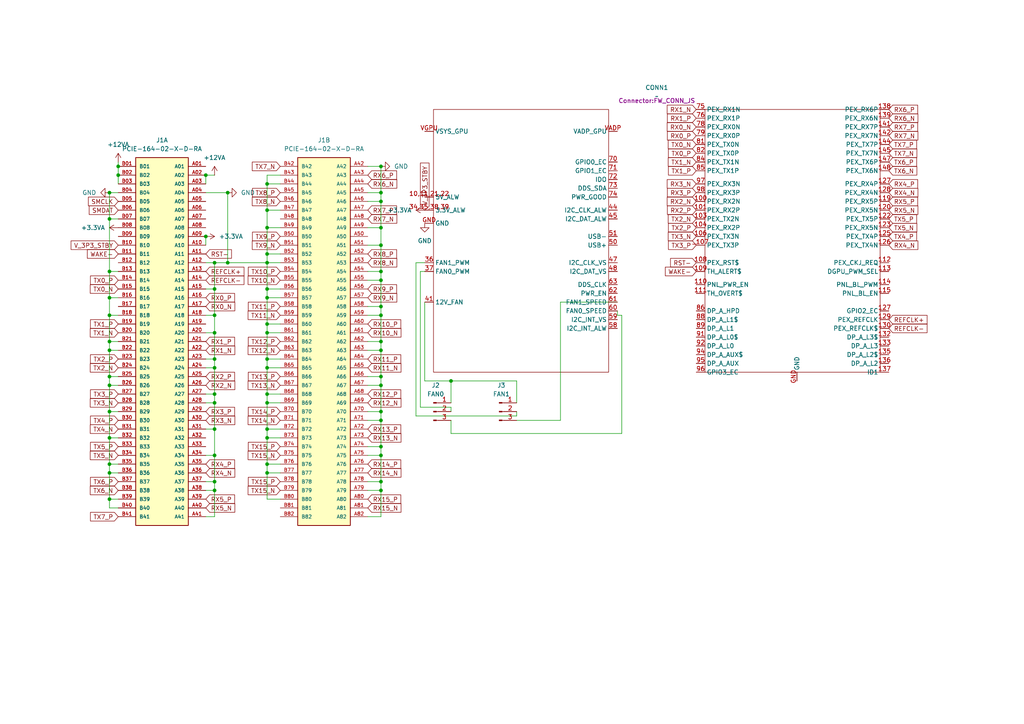
<source format=kicad_sch>
(kicad_sch (version 20231120) (generator "eeschema") (generator_version "8.0")
  (paper "A4")
  (lib_symbols
    (symbol "Connector:Conn_01x03_Pin" (pin_names (offset 1.016) hide)
      (property "Reference" "J" (at 0 5.08 0))
      (property "Value" "Conn_01x03_Pin" (at 0 -5.08 0))
      (symbol "Conn_01x03_Pin_1_1"
        (polyline (pts (xy 1.27 -2.54) (xy 0.8636 -2.54)) (stroke (width 0.1524)))
        (polyline (pts (xy 1.27 0) (xy 0.8636 0)) (stroke (width 0.1524)))
        (polyline (pts (xy 1.27 2.54) (xy 0.8636 2.54)) (stroke (width 0.1524)))
        (rectangle (start 0.8636 -2.413) (end 0 -2.667) (stroke (width 0.1524)) (fill (type outline)))
        (rectangle (start 0.8636 0.127) (end 0 -0.127) (stroke (width 0.1524)) (fill (type outline)))
        (rectangle (start 0.8636 2.667) (end 0 2.413) (stroke (width 0.1524)) (fill (type outline)))
        (pin passive line (at 5.08 2.54 180) (length 3.81) (name "Pin_1") (number "1"))
        (pin passive line (at 5.08 0 180) (length 3.81) (name "Pin_2") (number "2"))
        (pin passive line (at 5.08 -2.54 180) (length 3.81) (name "Pin_3") (number "3"))
      )
    )
    (symbol "GPU:FW_CONN_JS"
      (property "Reference" "CONN" (at 17.78 -9.398 0))
      (property "Footprint" "Connector:FW_CONN_JS" (at 19.558 -11.684 0))
      (symbol "FW_CONN_JS_0_1"
        (rectangle (start 0 0) (end 50.8 -76.2))
        (rectangle (start 78.74 0) (end 129.54 -76.2))
      )
      (symbol "FW_CONN_JS_1_1"
        (pin input line (at -2.54 -25.4 0) (length 2.54) (name "5V_ALW") (number "10,11,21,22"))
        (pin input line (at 76.2 -26.67 0) (length 2.54) (name "PEX_RX2N") (number "100"))
        (pin input line (at 76.2 -29.21 0) (length 2.54) (name "PEX_RX2P") (number "101"))
        (pin input line (at 76.2 -31.75 0) (length 2.54) (name "PEX_TX2N") (number "103"))
        (pin input line (at 76.2 -34.29 0) (length 2.54) (name "PEX_RX2P") (number "104"))
        (pin input line (at 76.2 -36.83 0) (length 2.54) (name "PEX_TX3N") (number "106"))
        (pin input line (at 76.2 -44.45 0) (length 2.54) (name "PEX_RST$") (number "108"))
        (pin input line (at 76.2 -46.99 0) (length 2.54) (name "TH_ALERT$") (number "109"))
        (pin input line (at 76.2 -50.8 0) (length 2.54) (name "PNL_PWR_EN") (number "110"))
        (pin input line (at 76.2 -53.34 0) (length 2.54) (name "TH_OVERT$") (number "111"))
        (pin input line (at 132.08 -44.45 180) (length 2.54) (name "PEX_CKJ_REQ") (number "112"))
        (pin input line (at 132.08 -46.99 180) (length 2.54) (name "DGPU_PWM_SEL") (number "113"))
        (pin input line (at 132.08 -50.8 180) (length 2.54) (name "PNL_BL_PWM") (number "114"))
        (pin input line (at 132.08 -53.34 180) (length 2.54) (name "PNL_BL_EN") (number "115"))
        (pin input line (at 132.08 -26.67 180) (length 2.54) (name "PEX_RX5P") (number "119"))
        (pin input line (at 132.08 -29.21 180) (length 2.54) (name "PEX_RX5N") (number "120"))
        (pin input line (at 132.08 -31.75 180) (length 2.54) (name "PEX_TX5P") (number "122"))
        (pin input line (at 132.08 -34.29 180) (length 2.54) (name "PEX_RX5N") (number "123"))
        (pin input line (at 132.08 -36.83 180) (length 2.54) (name "PEX_TX4P") (number "125"))
        (pin input line (at 132.08 -39.37 180) (length 2.54) (name "PEX_TX4N") (number "126"))
        (pin input line (at 132.08 -58.42 180) (length 2.54) (name "GPIO2_EC") (number "127"))
        (pin input line (at 132.08 -21.59 180) (length 2.54) (name "PEX_RX4P") (number "127"))
        (pin input line (at 132.08 -24.13 180) (length 2.54) (name "PEX_RX4N") (number "128"))
        (pin input line (at 132.08 -60.96 180) (length 2.54) (name "PEX_REFCLK") (number "129"))
        (pin input line (at 132.08 -63.5 180) (length 2.54) (name "PEX_REFCLK$") (number "130"))
        (pin input line (at 132.08 -66.04 180) (length 2.54) (name "DP_A_L3$") (number "132"))
        (pin input line (at 132.08 -68.58 180) (length 2.54) (name "DP_A_L3") (number "133"))
        (pin input line (at 132.08 -71.12 180) (length 2.54) (name "DP_A_L2$") (number "135"))
        (pin input line (at 132.08 -73.66 180) (length 2.54) (name "DP_A_L2") (number "136"))
        (pin input line (at 132.08 -76.2 180) (length 2.54) (name "ID1") (number "137"))
        (pin input line (at 132.08 0 180) (length 2.54) (name "PEX_RX6P") (number "138"))
        (pin input line (at 132.08 -2.54 180) (length 2.54) (name "PEX_RX6N") (number "139"))
        (pin input line (at 132.08 -5.08 180) (length 2.54) (name "PEX_RX7P") (number "141"))
        (pin input line (at 132.08 -7.62 180) (length 2.54) (name "PEX_RX7N") (number "142"))
        (pin input line (at 132.08 -10.16 180) (length 2.54) (name "PEX_TX7P") (number "144"))
        (pin input line (at 132.08 -12.7 180) (length 2.54) (name "PEX_TX7N") (number "145"))
        (pin input line (at 132.08 -15.24 180) (length 2.54) (name "PEX_TX6P") (number "147"))
        (pin input line (at 132.08 -17.78 180) (length 2.54) (name "PEX_TX6N") (number "148"))
        (pin input line (at -2.54 -29.21 0) (length 2.54) (name "3.3V_ALW") (number "34,35,38,39"))
        (pin input line (at -2.54 -44.45 0) (length 2.54) (name "FAN1_PWM") (number "36"))
        (pin input line (at -2.54 -46.99 0) (length 2.54) (name "FAN0_PWM") (number "37"))
        (pin input line (at -2.54 -55.88 0) (length 2.54) (name "12V_FAN") (number "41"))
        (pin input line (at 53.34 -29.21 180) (length 2.54) (name "I2C_CLK_ALW") (number "44"))
        (pin input line (at 53.34 -31.75 180) (length 2.54) (name "I2C_DAT_ALW") (number "45"))
        (pin input line (at 53.34 -44.45 180) (length 2.54) (name "I2C_CLK_VS") (number "47"))
        (pin input line (at 53.34 -46.99 180) (length 2.54) (name "I2C_DAT_VS") (number "48"))
        (pin input line (at 53.34 -39.37 180) (length 2.54) (name "USB+") (number "50"))
        (pin input line (at 53.34 -36.83 180) (length 2.54) (name "USB-") (number "51"))
        (pin input line (at 53.34 -63.5 180) (length 2.54) (name "I2C_INT_ALW") (number "58"))
        (pin input line (at 53.34 -60.96 180) (length 2.54) (name "I2C_INT_VS") (number "59"))
        (pin input line (at 53.34 -58.42 180) (length 2.54) (name "FAN0_SPEED") (number "60"))
        (pin input line (at 53.34 -55.88 180) (length 2.54) (name "FAN1_SPEED") (number "61"))
        (pin input line (at 53.34 -53.34 180) (length 2.54) (name "PWR_EN") (number "62"))
        (pin input line (at 53.34 -50.8 180) (length 2.54) (name "DDS_CLK") (number "63"))
        (pin input line (at 53.34 -15.24 180) (length 2.54) (name "GPIO0_EC") (number "70"))
        (pin input line (at 53.34 -17.78 180) (length 2.54) (name "GPIO1_EC") (number "71"))
        (pin input line (at 53.34 -20.32 180) (length 2.54) (name "IDO") (number "72"))
        (pin input line (at 53.34 -22.86 180) (length 2.54) (name "DDS_SDA") (number "73"))
        (pin input line (at 53.34 -25.4 180) (length 2.54) (name "PWR_GOOD") (number "74"))
        (pin input line (at 76.2 0 0) (length 2.54) (name "PEX_RX1N") (number "75"))
        (pin input line (at 76.2 -2.54 0) (length 2.54) (name "PEX_RX1P") (number "76"))
        (pin input line (at 76.2 -5.08 0) (length 2.54) (name "PEX_RX0N") (number "78"))
        (pin input line (at 76.2 -7.62 0) (length 2.54) (name "PEX_RX0P") (number "79"))
        (pin input line (at 76.2 -10.16 0) (length 2.54) (name "PEX_TX0N") (number "81"))
        (pin input line (at 76.2 -12.7 0) (length 2.54) (name "PEX_TX0P") (number "82"))
        (pin input line (at 76.2 -15.24 0) (length 2.54) (name "PEX_TX1N") (number "84"))
        (pin input line (at 76.2 -17.78 0) (length 2.54) (name "PEX_TX1P") (number "85"))
        (pin input line (at 76.2 -58.42 0) (length 2.54) (name "DP_A_HPD") (number "86"))
        (pin input line (at 76.2 -60.96 0) (length 2.54) (name "DP_A_L1$") (number "88"))
        (pin input line (at 76.2 -63.5 0) (length 2.54) (name "DP_A_L1") (number "89"))
        (pin input line (at 76.2 -66.04 0) (length 2.54) (name "DP_A_L0$") (number "91"))
        (pin input line (at 76.2 -68.58 0) (length 2.54) (name "DP_A_L0") (number "92"))
        (pin input line (at 76.2 -71.12 0) (length 2.54) (name "DP_A_AUX$") (number "94"))
        (pin input line (at 76.2 -73.66 0) (length 2.54) (name "DP_A_AUX") (number "95"))
        (pin input line (at 76.2 -76.2 0) (length 2.54) (name "GPIO3_EC") (number "96"))
        (pin input line (at 76.2 -21.59 0) (length 2.54) (name "PEX_RX3N") (number "97"))
        (pin input line (at 76.2 -24.13 0) (length 2.54) (name "PEX_RX3P") (number "98"))
        (pin input line (at -2.54 -33.02 0) (length 2.54) (name "GND") (number "GND"))
        (pin input line (at 105.41 -78.74 90) (length 2.54) (name "GND") (number "GND"))
        (pin input line (at 53.34 -6.35 180) (length 2.54) (name "VADP_GPU") (number "VADP"))
        (pin input line (at -2.54 -6.35 0) (length 2.54) (name "VSYS_GPU") (number "VGPU"))
        (pin input line (at 76.2 -39.37 0) (length 2.54) (name "PEX_TX3P") (number "_107"))
      )
    )
    (symbol "PCIE-164-02-X-D-RA:PCIE-164-02-X-D-RA" (pin_names (offset 1.016))
      (property "Reference" "J" (at -7.62 54.102 0))
      (property "Value" "PCIE-164-02-X-D-RA" (at -7.62 -55.88 0))
      (symbol "PCIE-164-02-X-D-RA_1_0"
        (rectangle (start -7.62 -53.34) (end 7.62 53.34) (stroke (width 0.254)) (fill (type background)))
        (pin passive line (at -12.7 50.8 0) (length 5.08) (name "A01") (number "A01"))
        (pin passive line (at -12.7 48.26 0) (length 5.08) (name "A02") (number "A02"))
        (pin passive line (at -12.7 45.72 0) (length 5.08) (name "A03") (number "A03"))
        (pin passive line (at -12.7 43.18 0) (length 5.08) (name "A04") (number "A04"))
        (pin passive line (at -12.7 40.64 0) (length 5.08) (name "A05") (number "A05"))
        (pin passive line (at -12.7 38.1 0) (length 5.08) (name "A06") (number "A06"))
        (pin passive line (at -12.7 35.56 0) (length 5.08) (name "A07") (number "A07"))
        (pin passive line (at -12.7 33.02 0) (length 5.08) (name "A08") (number "A08"))
        (pin passive line (at -12.7 30.48 0) (length 5.08) (name "A09") (number "A09"))
        (pin passive line (at -12.7 27.94 0) (length 5.08) (name "A10") (number "A10"))
        (pin passive line (at -12.7 25.4 0) (length 5.08) (name "A11") (number "A11"))
        (pin passive line (at -12.7 22.86 0) (length 5.08) (name "A12") (number "A12"))
        (pin passive line (at -12.7 20.32 0) (length 5.08) (name "A13") (number "A13"))
        (pin passive line (at -12.7 17.78 0) (length 5.08) (name "A14") (number "A14"))
        (pin passive line (at -12.7 15.24 0) (length 5.08) (name "A15") (number "A15"))
        (pin passive line (at -12.7 12.7 0) (length 5.08) (name "A16") (number "A16"))
        (pin passive line (at -12.7 10.16 0) (length 5.08) (name "A17") (number "A17"))
        (pin passive line (at -12.7 7.62 0) (length 5.08) (name "A18") (number "A18"))
        (pin passive line (at -12.7 5.08 0) (length 5.08) (name "A19") (number "A19"))
        (pin passive line (at -12.7 2.54 0) (length 5.08) (name "A20") (number "A20"))
        (pin passive line (at -12.7 0 0) (length 5.08) (name "A21") (number "A21"))
        (pin passive line (at -12.7 -2.54 0) (length 5.08) (name "A22") (number "A22"))
        (pin passive line (at -12.7 -5.08 0) (length 5.08) (name "A23") (number "A23"))
        (pin passive line (at -12.7 -7.62 0) (length 5.08) (name "A24") (number "A24"))
        (pin passive line (at -12.7 -10.16 0) (length 5.08) (name "A25") (number "A25"))
        (pin passive line (at -12.7 -12.7 0) (length 5.08) (name "A26") (number "A26"))
        (pin passive line (at -12.7 -15.24 0) (length 5.08) (name "A27") (number "A27"))
        (pin passive line (at -12.7 -17.78 0) (length 5.08) (name "A28") (number "A28"))
        (pin passive line (at -12.7 -20.32 0) (length 5.08) (name "A29") (number "A29"))
        (pin passive line (at -12.7 -22.86 0) (length 5.08) (name "A30") (number "A30"))
        (pin passive line (at -12.7 -25.4 0) (length 5.08) (name "A31") (number "A31"))
        (pin passive line (at -12.7 -27.94 0) (length 5.08) (name "A32") (number "A32"))
        (pin passive line (at -12.7 -30.48 0) (length 5.08) (name "A33") (number "A33"))
        (pin passive line (at -12.7 -33.02 0) (length 5.08) (name "A34") (number "A34"))
        (pin passive line (at -12.7 -35.56 0) (length 5.08) (name "A35") (number "A35"))
        (pin passive line (at -12.7 -38.1 0) (length 5.08) (name "A36") (number "A36"))
        (pin passive line (at -12.7 -40.64 0) (length 5.08) (name "A37") (number "A37"))
        (pin passive line (at -12.7 -43.18 0) (length 5.08) (name "A38") (number "A38"))
        (pin passive line (at -12.7 -45.72 0) (length 5.08) (name "A39") (number "A39"))
        (pin passive line (at -12.7 -48.26 0) (length 5.08) (name "A40") (number "A40"))
        (pin passive line (at -12.7 -50.8 0) (length 5.08) (name "A41") (number "A41"))
        (pin passive line (at 12.7 50.8 180) (length 5.08) (name "B01") (number "B01"))
        (pin passive line (at 12.7 48.26 180) (length 5.08) (name "B02") (number "B02"))
        (pin passive line (at 12.7 45.72 180) (length 5.08) (name "B03") (number "B03"))
        (pin passive line (at 12.7 43.18 180) (length 5.08) (name "B04") (number "B04"))
        (pin passive line (at 12.7 40.64 180) (length 5.08) (name "B05") (number "B05"))
        (pin passive line (at 12.7 38.1 180) (length 5.08) (name "B06") (number "B06"))
        (pin passive line (at 12.7 35.56 180) (length 5.08) (name "B07") (number "B07"))
        (pin passive line (at 12.7 33.02 180) (length 5.08) (name "B08") (number "B08"))
        (pin passive line (at 12.7 30.48 180) (length 5.08) (name "B09") (number "B09"))
        (pin passive line (at 12.7 27.94 180) (length 5.08) (name "B10") (number "B10"))
        (pin passive line (at 12.7 25.4 180) (length 5.08) (name "B11") (number "B11"))
        (pin passive line (at 12.7 22.86 180) (length 5.08) (name "B12") (number "B12"))
        (pin passive line (at 12.7 20.32 180) (length 5.08) (name "B13") (number "B13"))
        (pin passive line (at 12.7 17.78 180) (length 5.08) (name "B14") (number "B14"))
        (pin passive line (at 12.7 15.24 180) (length 5.08) (name "B15") (number "B15"))
        (pin passive line (at 12.7 12.7 180) (length 5.08) (name "B16") (number "B16"))
        (pin passive line (at 12.7 10.16 180) (length 5.08) (name "B17") (number "B17"))
        (pin passive line (at 12.7 7.62 180) (length 5.08) (name "B18") (number "B18"))
        (pin passive line (at 12.7 5.08 180) (length 5.08) (name "B19") (number "B19"))
        (pin passive line (at 12.7 2.54 180) (length 5.08) (name "B20") (number "B20"))
        (pin passive line (at 12.7 0 180) (length 5.08) (name "B21") (number "B21"))
        (pin passive line (at 12.7 -2.54 180) (length 5.08) (name "B22") (number "B22"))
        (pin passive line (at 12.7 -5.08 180) (length 5.08) (name "B23") (number "B23"))
        (pin passive line (at 12.7 -7.62 180) (length 5.08) (name "B24") (number "B24"))
        (pin passive line (at 12.7 -10.16 180) (length 5.08) (name "B25") (number "B25"))
        (pin passive line (at 12.7 -12.7 180) (length 5.08) (name "B26") (number "B26"))
        (pin passive line (at 12.7 -15.24 180) (length 5.08) (name "B27") (number "B27"))
        (pin passive line (at 12.7 -17.78 180) (length 5.08) (name "B28") (number "B28"))
        (pin passive line (at 12.7 -20.32 180) (length 5.08) (name "B29") (number "B29"))
        (pin passive line (at 12.7 -22.86 180) (length 5.08) (name "B30") (number "B30"))
        (pin passive line (at 12.7 -25.4 180) (length 5.08) (name "B31") (number "B31"))
        (pin passive line (at 12.7 -27.94 180) (length 5.08) (name "B32") (number "B32"))
        (pin passive line (at 12.7 -30.48 180) (length 5.08) (name "B33") (number "B33"))
        (pin passive line (at 12.7 -33.02 180) (length 5.08) (name "B34") (number "B34"))
        (pin passive line (at 12.7 -35.56 180) (length 5.08) (name "B35") (number "B35"))
        (pin passive line (at 12.7 -38.1 180) (length 5.08) (name "B36") (number "B36"))
        (pin passive line (at 12.7 -40.64 180) (length 5.08) (name "B37") (number "B37"))
        (pin passive line (at 12.7 -43.18 180) (length 5.08) (name "B38") (number "B38"))
        (pin passive line (at 12.7 -45.72 180) (length 5.08) (name "B39") (number "B39"))
        (pin passive line (at 12.7 -48.26 180) (length 5.08) (name "B40") (number "B40"))
        (pin passive line (at 12.7 -50.8 180) (length 5.08) (name "B41") (number "B41"))
      )
      (symbol "PCIE-164-02-X-D-RA_2_0"
        (rectangle (start -7.62 -53.34) (end 7.62 53.34) (stroke (width 0.254)) (fill (type background)))
        (pin passive line (at -12.7 50.8 0) (length 5.08) (name "A42") (number "A42"))
        (pin passive line (at -12.7 48.26 0) (length 5.08) (name "A43") (number "A43"))
        (pin passive line (at -12.7 45.72 0) (length 5.08) (name "A44") (number "A44"))
        (pin passive line (at -12.7 43.18 0) (length 5.08) (name "A45") (number "A45"))
        (pin passive line (at -12.7 40.64 0) (length 5.08) (name "A46") (number "A46"))
        (pin passive line (at -12.7 38.1 0) (length 5.08) (name "A47") (number "A47"))
        (pin passive line (at -12.7 35.56 0) (length 5.08) (name "A48") (number "A48"))
        (pin passive line (at -12.7 33.02 0) (length 5.08) (name "A49") (number "A49"))
        (pin passive line (at -12.7 30.48 0) (length 5.08) (name "A50") (number "A50"))
        (pin passive line (at -12.7 27.94 0) (length 5.08) (name "A51") (number "A51"))
        (pin passive line (at -12.7 25.4 0) (length 5.08) (name "A52") (number "A52"))
        (pin passive line (at -12.7 22.86 0) (length 5.08) (name "A53") (number "A53"))
        (pin passive line (at -12.7 20.32 0) (length 5.08) (name "A54") (number "A54"))
        (pin passive line (at -12.7 17.78 0) (length 5.08) (name "A55") (number "A55"))
        (pin passive line (at -12.7 15.24 0) (length 5.08) (name "A56") (number "A56"))
        (pin passive line (at -12.7 12.7 0) (length 5.08) (name "A57") (number "A57"))
        (pin passive line (at -12.7 10.16 0) (length 5.08) (name "A58") (number "A58"))
        (pin passive line (at -12.7 7.62 0) (length 5.08) (name "A59") (number "A59"))
        (pin passive line (at -12.7 5.08 0) (length 5.08) (name "A60") (number "A60"))
        (pin passive line (at -12.7 2.54 0) (length 5.08) (name "A61") (number "A61"))
        (pin passive line (at -12.7 0 0) (length 5.08) (name "A62") (number "A62"))
        (pin passive line (at -12.7 -2.54 0) (length 5.08) (name "A63") (number "A63"))
        (pin passive line (at -12.7 -5.08 0) (length 5.08) (name "A64") (number "A64"))
        (pin passive line (at -12.7 -7.62 0) (length 5.08) (name "A65") (number "A65"))
        (pin passive line (at -12.7 -10.16 0) (length 5.08) (name "A66") (number "A66"))
        (pin passive line (at -12.7 -12.7 0) (length 5.08) (name "A67") (number "A67"))
        (pin passive line (at -12.7 -15.24 0) (length 5.08) (name "A68") (number "A68"))
        (pin passive line (at -12.7 -17.78 0) (length 5.08) (name "A69") (number "A69"))
        (pin passive line (at -12.7 -20.32 0) (length 5.08) (name "A70") (number "A70"))
        (pin passive line (at -12.7 -22.86 0) (length 5.08) (name "A71") (number "A71"))
        (pin passive line (at -12.7 -25.4 0) (length 5.08) (name "A72") (number "A72"))
        (pin passive line (at -12.7 -27.94 0) (length 5.08) (name "A73") (number "A73"))
        (pin passive line (at -12.7 -30.48 0) (length 5.08) (name "A74") (number "A74"))
        (pin passive line (at -12.7 -33.02 0) (length 5.08) (name "A75") (number "A75"))
        (pin passive line (at -12.7 -35.56 0) (length 5.08) (name "A76") (number "A76"))
        (pin passive line (at -12.7 -38.1 0) (length 5.08) (name "A77") (number "A77"))
        (pin passive line (at -12.7 -40.64 0) (length 5.08) (name "A78") (number "A78"))
        (pin passive line (at -12.7 -43.18 0) (length 5.08) (name "A79") (number "A79"))
        (pin passive line (at -12.7 -45.72 0) (length 5.08) (name "A80") (number "A80"))
        (pin passive line (at -12.7 -48.26 0) (length 5.08) (name "A81") (number "A81"))
        (pin passive line (at -12.7 -50.8 0) (length 5.08) (name "A82") (number "A82"))
        (pin passive line (at 12.7 50.8 180) (length 5.08) (name "B42") (number "B42"))
        (pin passive line (at 12.7 48.26 180) (length 5.08) (name "B43") (number "B43"))
        (pin passive line (at 12.7 45.72 180) (length 5.08) (name "B44") (number "B44"))
        (pin passive line (at 12.7 43.18 180) (length 5.08) (name "B45") (number "B45"))
        (pin passive line (at 12.7 40.64 180) (length 5.08) (name "B46") (number "B46"))
        (pin passive line (at 12.7 38.1 180) (length 5.08) (name "B47") (number "B47"))
        (pin passive line (at 12.7 35.56 180) (length 5.08) (name "B48") (number "B48"))
        (pin passive line (at 12.7 33.02 180) (length 5.08) (name "B49") (number "B49"))
        (pin passive line (at 12.7 30.48 180) (length 5.08) (name "B50") (number "B50"))
        (pin passive line (at 12.7 27.94 180) (length 5.08) (name "B51") (number "B51"))
        (pin passive line (at 12.7 25.4 180) (length 5.08) (name "B52") (number "B52"))
        (pin passive line (at 12.7 22.86 180) (length 5.08) (name "B53") (number "B53"))
        (pin passive line (at 12.7 20.32 180) (length 5.08) (name "B54") (number "B54"))
        (pin passive line (at 12.7 17.78 180) (length 5.08) (name "B55") (number "B55"))
        (pin passive line (at 12.7 15.24 180) (length 5.08) (name "B56") (number "B56"))
        (pin passive line (at 12.7 12.7 180) (length 5.08) (name "B57") (number "B57"))
        (pin passive line (at 12.7 10.16 180) (length 5.08) (name "B58") (number "B58"))
        (pin passive line (at 12.7 7.62 180) (length 5.08) (name "B59") (number "B59"))
        (pin passive line (at 12.7 5.08 180) (length 5.08) (name "B60") (number "B60"))
        (pin passive line (at 12.7 2.54 180) (length 5.08) (name "B61") (number "B61"))
        (pin passive line (at 12.7 0 180) (length 5.08) (name "B62") (number "B62"))
        (pin passive line (at 12.7 -2.54 180) (length 5.08) (name "B63") (number "B63"))
        (pin passive line (at 12.7 -5.08 180) (length 5.08) (name "B64") (number "B64"))
        (pin passive line (at 12.7 -7.62 180) (length 5.08) (name "B65") (number "B65"))
        (pin passive line (at 12.7 -10.16 180) (length 5.08) (name "B66") (number "B66"))
        (pin passive line (at 12.7 -12.7 180) (length 5.08) (name "B67") (number "B67"))
        (pin passive line (at 12.7 -15.24 180) (length 5.08) (name "B68") (number "B68"))
        (pin passive line (at 12.7 -17.78 180) (length 5.08) (name "B69") (number "B69"))
        (pin passive line (at 12.7 -20.32 180) (length 5.08) (name "B70") (number "B70"))
        (pin passive line (at 12.7 -22.86 180) (length 5.08) (name "B71") (number "B71"))
        (pin passive line (at 12.7 -25.4 180) (length 5.08) (name "B72") (number "B72"))
        (pin passive line (at 12.7 -27.94 180) (length 5.08) (name "B73") (number "B73"))
        (pin passive line (at 12.7 -30.48 180) (length 5.08) (name "B74") (number "B74"))
        (pin passive line (at 12.7 -33.02 180) (length 5.08) (name "B75") (number "B75"))
        (pin passive line (at 12.7 -35.56 180) (length 5.08) (name "B76") (number "B76"))
        (pin passive line (at 12.7 -38.1 180) (length 5.08) (name "B77") (number "B77"))
        (pin passive line (at 12.7 -40.64 180) (length 5.08) (name "B78") (number "B78"))
        (pin passive line (at 12.7 -43.18 180) (length 5.08) (name "B79") (number "B79"))
        (pin passive line (at 12.7 -45.72 180) (length 5.08) (name "B80") (number "B80"))
        (pin passive line (at 12.7 -48.26 180) (length 5.08) (name "B81") (number "B81"))
        (pin passive line (at 12.7 -50.8 180) (length 5.08) (name "B82") (number "B82"))
      )
    )
    (symbol "power:+12VA" (power) (pin_numbers hide) (pin_names (offset 0) hide)
      (property "Value" "+12VA" (at 0 3.556 0))
      (symbol "+12VA_0_1"
        (polyline (pts (xy -0.762 1.27) (xy 0 2.54)))
        (polyline (pts (xy 0 0) (xy 0 2.54)))
        (polyline (pts (xy 0 2.54) (xy 0.762 1.27)))
      )
      (symbol "+12VA_1_1"
        (pin power_in line (at 0 0 90) (length 0) (name "~") (number "1"))
      )
    )
    (symbol "power:+3.3VA" (power) (pin_numbers hide) (pin_names (offset 0) hide)
      (property "Value" "+3.3VA" (at 0 3.556 0))
      (symbol "+3.3VA_0_1"
        (polyline (pts (xy -0.762 1.27) (xy 0 2.54)))
        (polyline (pts (xy 0 0) (xy 0 2.54)))
        (polyline (pts (xy 0 2.54) (xy 0.762 1.27)))
      )
      (symbol "+3.3VA_1_1"
        (pin power_in line (at 0 0 90) (length 0) (name "~") (number "1"))
      )
    )
    (symbol "power:GND" (power) (pin_numbers hide) (pin_names (offset 0) hide)
      (property "Value" "GND" (at 0 -3.81 0))
      (symbol "GND_0_1"
        (polyline (pts (xy 0 0) (xy 0 -1.27) (xy 1.27 -1.27) (xy 0 -2.54) (xy -1.27 -1.27) (xy 0 -1.27)))
      )
      (symbol "GND_1_1"
        (pin power_in line (at 0 0 270) (length 0) (name "~") (number "1"))
      )
    )
  )
  (junction (at 77.47 116.84))
  (junction (at 31.75 111.76))
  (junction (at 110.49 81.28))
  (junction (at 62.23 116.84))
  (junction (at 110.49 109.22))
  (junction (at 110.49 119.38))
  (junction (at 110.49 129.54))
  (junction (at 59.69 68.58))
  (junction (at 34.29 48.26))
  (junction (at 77.47 106.68))
  (junction (at 130.81 110.49))
  (junction (at 110.49 58.42))
  (junction (at 110.49 71.12))
  (junction (at 31.75 86.36))
  (junction (at 62.23 142.24))
  (junction (at 31.75 137.16))
  (junction (at 62.23 106.68))
  (junction (at 62.23 91.44))
  (junction (at 31.75 127))
  (junction (at 77.47 73.66))
  (junction (at 62.23 124.46))
  (junction (at 110.49 101.6))
  (junction (at 31.75 144.78))
  (junction (at 59.69 50.8))
  (junction (at 62.23 139.7))
  (junction (at 31.75 109.22))
  (junction (at 77.47 124.46))
  (junction (at 77.47 127))
  (junction (at 31.75 78.74))
  (junction (at 77.47 104.14))
  (junction (at 77.47 66.04))
  (junction (at 110.49 66.04))
  (junction (at 31.75 63.5))
  (junction (at 110.49 111.76))
  (junction (at 66.04 55.88))
  (junction (at 77.47 134.62))
  (junction (at 62.23 114.3))
  (junction (at 110.49 139.7))
  (junction (at 62.23 104.14))
  (junction (at 31.75 91.44))
  (junction (at 31.75 101.6))
  (junction (at 77.47 96.52))
  (junction (at 62.23 132.08))
  (junction (at 77.47 83.82))
  (junction (at 77.47 53.34))
  (junction (at 31.75 134.62))
  (junction (at 110.49 91.44))
  (junction (at 31.75 55.88))
  (junction (at 110.49 121.92))
  (junction (at 110.49 142.24))
  (junction (at 31.75 99.06))
  (junction (at 62.23 83.82))
  (junction (at 77.47 137.16))
  (junction (at 77.47 60.96))
  (junction (at 110.49 88.9))
  (junction (at 110.49 132.08))
  (junction (at 31.75 119.38))
  (junction (at 62.23 96.52))
  (junction (at 77.47 114.3))
  (junction (at 110.49 48.26))
  (junction (at 110.49 78.74))
  (junction (at 66.04 76.2))
  (junction (at 77.47 93.98))
  (junction (at 77.47 86.36))
  (junction (at 110.49 55.88))
  (junction (at 77.47 76.2))
  (junction (at 62.23 76.2))
  (junction (at 34.29 50.8))
  (junction (at 110.49 99.06))
  (wire (pts (xy 77.47 124.46) (xy 81.28 124.46)))
  (wire (pts (xy 149.86 120.65) (xy 149.86 119.38)))
  (wire (pts (xy 110.49 109.22) (xy 106.68 109.22)))
  (wire (pts (xy 110.49 121.92) (xy 110.49 129.54)))
  (wire (pts (xy 77.47 104.14) (xy 77.47 106.68)))
  (wire (pts (xy 179.07 87.63) (xy 162.56 87.63)))
  (wire (pts (xy 62.23 96.52) (xy 62.23 104.14)))
  (wire (pts (xy 77.47 50.8) (xy 77.47 53.34)))
  (wire (pts (xy 62.23 104.14) (xy 59.69 104.14)))
  (wire (pts (xy 110.49 55.88) (xy 106.68 55.88)))
  (wire (pts (xy 110.49 111.76) (xy 110.49 119.38)))
  (wire (pts (xy 110.49 99.06) (xy 106.68 99.06)))
  (wire (pts (xy 162.56 121.92) (xy 149.86 121.92)))
  (wire (pts (xy 162.56 87.63) (xy 162.56 121.92)))
  (wire (pts (xy 110.49 132.08) (xy 106.68 132.08)))
  (wire (pts (xy 110.49 129.54) (xy 106.68 129.54)))
  (wire (pts (xy 34.29 55.88) (xy 31.75 55.88)))
  (wire (pts (xy 62.23 142.24) (xy 62.23 149.86)))
  (wire (pts (xy 110.49 142.24) (xy 106.68 142.24)))
  (wire (pts (xy 62.23 149.86) (xy 59.69 149.86)))
  (wire (pts (xy 77.47 66.04) (xy 77.47 73.66)))
  (wire (pts (xy 66.04 76.2) (xy 62.23 76.2)))
  (wire (pts (xy 110.49 58.42) (xy 106.68 58.42)))
  (wire (pts (xy 123.19 110.49) (xy 130.81 110.49)))
  (wire (pts (xy 62.23 76.2) (xy 62.23 83.82)))
  (wire (pts (xy 130.81 125.73) (xy 180.34 125.73)))
  (wire (pts (xy 110.49 48.26) (xy 110.49 55.88)))
  (wire (pts (xy 130.81 121.92) (xy 130.81 125.73)))
  (wire (pts (xy 77.47 96.52) (xy 81.28 96.52)))
  (wire (pts (xy 31.75 144.78) (xy 34.29 144.78)))
  (wire (pts (xy 66.04 55.88) (xy 66.04 76.2)))
  (wire (pts (xy 31.75 137.16) (xy 31.75 144.78)))
  (wire (pts (xy 62.23 116.84) (xy 62.23 124.46)))
  (wire (pts (xy 110.49 55.88) (xy 110.49 58.42)))
  (wire (pts (xy 110.49 88.9) (xy 106.68 88.9)))
  (wire (pts (xy 31.75 99.06) (xy 34.29 99.06)))
  (wire (pts (xy 31.75 111.76) (xy 31.75 119.38)))
  (wire (pts (xy 77.47 116.84) (xy 81.28 116.84)))
  (wire (pts (xy 31.75 119.38) (xy 31.75 127)))
  (wire (pts (xy 31.75 78.74) (xy 31.75 86.36)))
  (wire (pts (xy 110.49 142.24) (xy 110.49 149.86)))
  (wire (pts (xy 110.49 58.42) (xy 110.49 66.04)))
  (wire (pts (xy 62.23 96.52) (xy 59.69 96.52)))
  (wire (pts (xy 62.23 104.14) (xy 62.23 106.68)))
  (wire (pts (xy 77.47 83.82) (xy 77.47 86.36)))
  (wire (pts (xy 110.49 129.54) (xy 110.49 132.08)))
  (wire (pts (xy 77.47 60.96) (xy 77.47 66.04)))
  (wire (pts (xy 110.49 109.22) (xy 110.49 111.76)))
  (wire (pts (xy 77.47 93.98) (xy 81.28 93.98)))
  (wire (pts (xy 62.23 142.24) (xy 59.69 142.24)))
  (wire (pts (xy 110.49 81.28) (xy 106.68 81.28)))
  (wire (pts (xy 77.47 76.2) (xy 81.28 76.2)))
  (wire (pts (xy 180.34 91.44) (xy 179.07 91.44)))
  (wire (pts (xy 62.23 139.7) (xy 59.69 139.7)))
  (wire (pts (xy 77.47 96.52) (xy 77.47 104.14)))
  (wire (pts (xy 77.47 144.78) (xy 81.28 144.78)))
  (wire (pts (xy 62.23 76.2) (xy 59.69 76.2)))
  (wire (pts (xy 66.04 76.2) (xy 77.47 76.2)))
  (wire (pts (xy 62.23 132.08) (xy 59.69 132.08)))
  (wire (pts (xy 77.47 76.2) (xy 77.47 83.82)))
  (wire (pts (xy 110.49 71.12) (xy 106.68 71.12)))
  (wire (pts (xy 31.75 78.74) (xy 34.29 78.74)))
  (wire (pts (xy 110.49 78.74) (xy 110.49 81.28)))
  (wire (pts (xy 130.81 118.11) (xy 130.81 119.38)))
  (wire (pts (xy 31.75 109.22) (xy 34.29 109.22)))
  (wire (pts (xy 110.49 101.6) (xy 106.68 101.6)))
  (wire (pts (xy 77.47 124.46) (xy 77.47 127)))
  (wire (pts (xy 77.47 114.3) (xy 81.28 114.3)))
  (wire (pts (xy 62.23 132.08) (xy 62.23 139.7)))
  (wire (pts (xy 31.75 111.76) (xy 34.29 111.76)))
  (wire (pts (xy 110.49 66.04) (xy 110.49 71.12)))
  (wire (pts (xy 123.19 78.74) (xy 121.92 78.74)))
  (wire (pts (xy 130.81 110.49) (xy 149.86 110.49)))
  (wire (pts (xy 31.75 86.36) (xy 31.75 91.44)))
  (wire (pts (xy 77.47 134.62) (xy 77.47 137.16)))
  (wire (pts (xy 77.47 137.16) (xy 81.28 137.16)))
  (wire (pts (xy 179.07 91.44) (xy 179.07 90.17)))
  (wire (pts (xy 77.47 137.16) (xy 77.47 144.78)))
  (wire (pts (xy 31.75 127) (xy 34.29 127)))
  (wire (pts (xy 31.75 134.62) (xy 31.75 137.16)))
  (wire (pts (xy 77.47 134.62) (xy 81.28 134.62)))
  (wire (pts (xy 149.86 110.49) (xy 149.86 116.84)))
  (wire (pts (xy 77.47 53.34) (xy 81.28 53.34)))
  (wire (pts (xy 34.29 48.26) (xy 34.29 50.8)))
  (wire (pts (xy 31.75 147.32) (xy 34.29 147.32)))
  (wire (pts (xy 62.23 114.3) (xy 59.69 114.3)))
  (wire (pts (xy 110.49 78.74) (xy 106.68 78.74)))
  (wire (pts (xy 110.49 139.7) (xy 106.68 139.7)))
  (wire (pts (xy 62.23 83.82) (xy 62.23 91.44)))
  (wire (pts (xy 31.75 109.22) (xy 31.75 111.76)))
  (wire (pts (xy 106.68 48.26) (xy 110.49 48.26)))
  (wire (pts (xy 81.28 50.8) (xy 77.47 50.8)))
  (wire (pts (xy 62.23 116.84) (xy 59.69 116.84)))
  (wire (pts (xy 77.47 86.36) (xy 77.47 93.98)))
  (wire (pts (xy 59.69 50.8) (xy 62.23 50.8)))
  (wire (pts (xy 31.75 119.38) (xy 34.29 119.38)))
  (wire (pts (xy 31.75 134.62) (xy 34.29 134.62)))
  (wire (pts (xy 62.23 106.68) (xy 59.69 106.68)))
  (wire (pts (xy 110.49 71.12) (xy 110.49 78.74)))
  (wire (pts (xy 77.47 93.98) (xy 77.47 96.52)))
  (wire (pts (xy 110.49 139.7) (xy 110.49 142.24)))
  (wire (pts (xy 77.47 86.36) (xy 81.28 86.36)))
  (wire (pts (xy 62.23 124.46) (xy 62.23 132.08)))
  (wire (pts (xy 110.49 81.28) (xy 110.49 88.9)))
  (wire (pts (xy 123.19 87.63) (xy 123.19 110.49)))
  (wire (pts (xy 121.92 78.74) (xy 121.92 118.11)))
  (wire (pts (xy 62.23 114.3) (xy 62.23 116.84)))
  (wire (pts (xy 110.49 99.06) (xy 110.49 101.6)))
  (wire (pts (xy 77.47 127) (xy 81.28 127)))
  (wire (pts (xy 31.75 101.6) (xy 34.29 101.6)))
  (wire (pts (xy 123.19 76.2) (xy 120.65 76.2)))
  (wire (pts (xy 110.49 119.38) (xy 106.68 119.38)))
  (wire (pts (xy 31.75 144.78) (xy 31.75 147.32)))
  (wire (pts (xy 59.69 53.34) (xy 59.69 50.8)))
  (wire (pts (xy 31.75 127) (xy 31.75 134.62)))
  (wire (pts (xy 77.47 83.82) (xy 81.28 83.82)))
  (wire (pts (xy 77.47 127) (xy 77.47 134.62)))
  (wire (pts (xy 31.75 63.5) (xy 34.29 63.5)))
  (wire (pts (xy 110.49 66.04) (xy 106.68 66.04)))
  (wire (pts (xy 110.49 149.86) (xy 106.68 149.86)))
  (wire (pts (xy 110.49 101.6) (xy 110.49 109.22)))
  (wire (pts (xy 77.47 104.14) (xy 81.28 104.14)))
  (wire (pts (xy 130.81 110.49) (xy 130.81 116.84)))
  (wire (pts (xy 62.23 106.68) (xy 62.23 114.3)))
  (wire (pts (xy 31.75 63.5) (xy 31.75 78.74)))
  (wire (pts (xy 110.49 119.38) (xy 110.49 121.92)))
  (wire (pts (xy 62.23 124.46) (xy 59.69 124.46)))
  (wire (pts (xy 77.47 106.68) (xy 77.47 114.3)))
  (wire (pts (xy 31.75 99.06) (xy 31.75 101.6)))
  (wire (pts (xy 62.23 91.44) (xy 62.23 96.52)))
  (wire (pts (xy 31.75 55.88) (xy 31.75 63.5)))
  (wire (pts (xy 31.75 101.6) (xy 31.75 109.22)))
  (wire (pts (xy 77.47 73.66) (xy 81.28 73.66)))
  (wire (pts (xy 110.49 132.08) (xy 110.49 139.7)))
  (wire (pts (xy 77.47 53.34) (xy 77.47 60.96)))
  (wire (pts (xy 110.49 111.76) (xy 106.68 111.76)))
  (wire (pts (xy 110.49 91.44) (xy 110.49 99.06)))
  (wire (pts (xy 31.75 91.44) (xy 31.75 99.06)))
  (wire (pts (xy 62.23 139.7) (xy 62.23 142.24)))
  (wire (pts (xy 34.29 46.99) (xy 34.29 48.26)))
  (wire (pts (xy 120.65 76.2) (xy 120.65 120.65)))
  (wire (pts (xy 59.69 55.88) (xy 66.04 55.88)))
  (wire (pts (xy 110.49 121.92) (xy 106.68 121.92)))
  (wire (pts (xy 120.65 120.65) (xy 149.86 120.65)))
  (wire (pts (xy 77.47 114.3) (xy 77.47 116.84)))
  (wire (pts (xy 121.92 118.11) (xy 130.81 118.11)))
  (wire (pts (xy 77.47 66.04) (xy 81.28 66.04)))
  (wire (pts (xy 62.23 91.44) (xy 59.69 91.44)))
  (wire (pts (xy 180.34 125.73) (xy 180.34 91.44)))
  (wire (pts (xy 106.68 91.44) (xy 110.49 91.44)))
  (wire (pts (xy 77.47 73.66) (xy 77.47 76.2)))
  (wire (pts (xy 77.47 60.96) (xy 81.28 60.96)))
  (wire (pts (xy 31.75 137.16) (xy 34.29 137.16)))
  (wire (pts (xy 34.29 50.8) (xy 34.29 53.34)))
  (wire (pts (xy 31.75 91.44) (xy 34.29 91.44)))
  (wire (pts (xy 59.69 71.12) (xy 59.69 68.58)))
  (wire (pts (xy 77.47 116.84) (xy 77.47 124.46)))
  (wire (pts (xy 77.47 106.68) (xy 81.28 106.68)))
  (wire (pts (xy 62.23 83.82) (xy 59.69 83.82)))
  (wire (pts (xy 31.75 86.36) (xy 34.29 86.36)))
  (wire (pts (xy 110.49 88.9) (xy 110.49 91.44)))
  (global_label "REFCLK-" (shape input) (at 59.69 81.28 0) (property "Intersheetrefs" "${INTERSHEET_REFS}" (effects (hide yes))))
  (global_label "RST-" (shape input) (at 201.93 76.2 180) (property "Intersheetrefs" "${INTERSHEET_REFS}" (effects (hide yes))))
  (global_label "RX1_P" (shape input) (at 59.69 99.06 0) (property "Intersheetrefs" "${INTERSHEET_REFS}" (effects (hide yes))))
  (global_label "TX7_N" (shape input) (at 257.81 44.45 0) (property "Intersheetrefs" "${INTERSHEET_REFS}" (effects (hide yes))))
  (global_label "RX13_P" (shape input) (at 106.68 124.46 0) (property "Intersheetrefs" "${INTERSHEET_REFS}" (effects (hide yes))))
  (global_label "RX7_N" (shape input) (at 257.81 39.37 0) (property "Intersheetrefs" "${INTERSHEET_REFS}" (effects (hide yes))))
  (global_label "SMCLK" (shape input) (at 34.29 58.42 180) (property "Intersheetrefs" "${INTERSHEET_REFS}" (effects (hide yes))))
  (global_label "RX10_N" (shape input) (at 106.68 96.52 0) (property "Intersheetrefs" "${INTERSHEET_REFS}" (effects (hide yes))))
  (global_label "TX4_P" (shape input) (at 257.81 68.58 0) (property "Intersheetrefs" "${INTERSHEET_REFS}" (effects (hide yes))))
  (global_label "V_3P3_STBY" (shape input) (at 34.29 71.12 180) (property "Intersheetrefs" "${INTERSHEET_REFS}" (effects (hide yes))))
  (global_label "RX4_N" (shape input) (at 257.81 71.12 0) (property "Intersheetrefs" "${INTERSHEET_REFS}" (effects (hide yes))))
  (global_label "RX14_N" (shape input) (at 106.68 137.16 0) (property "Intersheetrefs" "${INTERSHEET_REFS}" (effects (hide yes))))
  (global_label "RX0_N" (shape input) (at 201.93 36.83 180) (property "Intersheetrefs" "${INTERSHEET_REFS}" (effects (hide yes))))
  (global_label "TX7_N" (shape input) (at 81.28 48.26 180) (property "Intersheetrefs" "${INTERSHEET_REFS}" (effects (hide yes))))
  (global_label "TX12_P" (shape input) (at 81.28 99.06 180) (property "Intersheetrefs" "${INTERSHEET_REFS}" (effects (hide yes))))
  (global_label "TX7_P" (shape input) (at 257.81 41.91 0) (property "Intersheetrefs" "${INTERSHEET_REFS}" (effects (hide yes))))
  (global_label "TX5_N" (shape input) (at 34.29 132.08 180) (property "Intersheetrefs" "${INTERSHEET_REFS}" (effects (hide yes))))
  (global_label "RX5_P" (shape input) (at 257.81 58.42 0) (property "Intersheetrefs" "${INTERSHEET_REFS}" (effects (hide yes))))
  (global_label "RX0_P" (shape input) (at 59.69 86.36 0) (property "Intersheetrefs" "${INTERSHEET_REFS}" (effects (hide yes))))
  (global_label "RX15_N" (shape input) (at 106.68 147.32 0) (property "Intersheetrefs" "${INTERSHEET_REFS}" (effects (hide yes))))
  (global_label "RX4_N" (shape input) (at 59.69 137.16 0) (property "Intersheetrefs" "${INTERSHEET_REFS}" (effects (hide yes))))
  (global_label "REFCLK-" (shape input) (at 257.81 95.25 0) (property "Intersheetrefs" "${INTERSHEET_REFS}" (effects (hide yes))))
  (global_label "RX8_N" (shape input) (at 106.68 76.2 0) (property "Intersheetrefs" "${INTERSHEET_REFS}" (effects (hide yes))))
  (global_label "TX4_N" (shape input) (at 34.29 124.46 180) (property "Intersheetrefs" "${INTERSHEET_REFS}" (effects (hide yes))))
  (global_label "TX0_P" (shape input) (at 34.29 81.28 180) (property "Intersheetrefs" "${INTERSHEET_REFS}" (effects (hide yes))))
  (global_label "TX8_P" (shape input) (at 81.28 55.88 180) (property "Intersheetrefs" "${INTERSHEET_REFS}" (effects (hide yes))))
  (global_label "TX6_N" (shape input) (at 34.29 142.24 180) (property "Intersheetrefs" "${INTERSHEET_REFS}" (effects (hide yes))))
  (global_label "REFCLK+" (shape input) (at 257.81 92.71 0) (property "Intersheetrefs" "${INTERSHEET_REFS}" (effects (hide yes))))
  (global_label "TX14_P" (shape input) (at 81.28 119.38 180) (property "Intersheetrefs" "${INTERSHEET_REFS}" (effects (hide yes))))
  (global_label "RX3_P" (shape input) (at 201.93 55.88 180) (property "Intersheetrefs" "${INTERSHEET_REFS}" (effects (hide yes))))
  (global_label "TX10_N" (shape input) (at 81.28 81.28 180) (property "Intersheetrefs" "${INTERSHEET_REFS}" (effects (hide yes))))
  (global_label "TX11_N" (shape input) (at 81.28 91.44 180) (property "Intersheetrefs" "${INTERSHEET_REFS}" (effects (hide yes))))
  (global_label "RX14_P" (shape input) (at 106.68 134.62 0) (property "Intersheetrefs" "${INTERSHEET_REFS}" (effects (hide yes))))
  (global_label "RX6_N" (shape input) (at 257.81 34.29 0) (property "Intersheetrefs" "${INTERSHEET_REFS}" (effects (hide yes))))
  (global_label "TX1_N" (shape input) (at 34.29 96.52 180) (property "Intersheetrefs" "${INTERSHEET_REFS}" (effects (hide yes))))
  (global_label "TX5_N" (shape input) (at 257.81 66.04 0) (property "Intersheetrefs" "${INTERSHEET_REFS}" (effects (hide yes))))
  (global_label "V_3P3_STBY" (shape input) (at 123.19 60.96 90) (property "Intersheetrefs" "${INTERSHEET_REFS}" (effects (hide yes))))
  (global_label "TX6_P" (shape input) (at 34.29 139.7 180) (property "Intersheetrefs" "${INTERSHEET_REFS}" (effects (hide yes))))
  (global_label "RX9_P" (shape input) (at 106.68 83.82 0) (property "Intersheetrefs" "${INTERSHEET_REFS}" (effects (hide yes))))
  (global_label "TX15_N" (shape input) (at 81.28 142.24 180) (property "Intersheetrefs" "${INTERSHEET_REFS}" (effects (hide yes))))
  (global_label "TX2_P" (shape input) (at 201.93 66.04 180) (property "Intersheetrefs" "${INTERSHEET_REFS}" (effects (hide yes))))
  (global_label "RX12_P" (shape input) (at 106.68 114.3 0) (property "Intersheetrefs" "${INTERSHEET_REFS}" (effects (hide yes))))
  (global_label "RX1_N" (shape input) (at 201.93 31.75 180) (property "Intersheetrefs" "${INTERSHEET_REFS}" (effects (hide yes))))
  (global_label "TX6_N" (shape input) (at 257.81 49.53 0) (property "Intersheetrefs" "${INTERSHEET_REFS}" (effects (hide yes))))
  (global_label "RX4_P" (shape input) (at 257.81 53.34 0) (property "Intersheetrefs" "${INTERSHEET_REFS}" (effects (hide yes))))
  (global_label "SMDAT" (shape input) (at 34.29 60.96 180) (property "Intersheetrefs" "${INTERSHEET_REFS}" (effects (hide yes))))
  (global_label "RX2_P" (shape input) (at 201.93 60.96 180) (property "Intersheetrefs" "${INTERSHEET_REFS}" (effects (hide yes))))
  (global_label "WAKE-" (shape input) (at 201.93 78.74 180) (property "Intersheetrefs" "${INTERSHEET_REFS}" (effects (hide yes))))
  (global_label "TX9_P" (shape input) (at 81.28 68.58 180) (property "Intersheetrefs" "${INTERSHEET_REFS}" (effects (hide yes))))
  (global_label "TX3_N" (shape input) (at 201.93 68.58 180) (property "Intersheetrefs" "${INTERSHEET_REFS}" (effects (hide yes))))
  (global_label "RX12_N" (shape input) (at 106.68 116.84 0) (property "Intersheetrefs" "${INTERSHEET_REFS}" (effects (hide yes))))
  (global_label "RX11_N" (shape input) (at 106.68 106.68 0) (property "Intersheetrefs" "${INTERSHEET_REFS}" (effects (hide yes))))
  (global_label "TX3_P" (shape input) (at 34.29 114.3 180) (property "Intersheetrefs" "${INTERSHEET_REFS}" (effects (hide yes))))
  (global_label "TX13_P" (shape input) (at 81.28 109.22 180) (property "Intersheetrefs" "${INTERSHEET_REFS}" (effects (hide yes))))
  (global_label "RX7_P" (shape input) (at 106.68 60.96 0) (property "Intersheetrefs" "${INTERSHEET_REFS}" (effects (hide yes))))
  (global_label "TX4_P" (shape input) (at 34.29 121.92 180) (property "Intersheetrefs" "${INTERSHEET_REFS}" (effects (hide yes))))
  (global_label "RX13_N" (shape input) (at 106.68 127 0) (property "Intersheetrefs" "${INTERSHEET_REFS}" (effects (hide yes))))
  (global_label "RX8_P" (shape input) (at 106.68 73.66 0) (property "Intersheetrefs" "${INTERSHEET_REFS}" (effects (hide yes))))
  (global_label "TX15_P" (shape input) (at 81.28 139.7 180) (property "Intersheetrefs" "${INTERSHEET_REFS}" (effects (hide yes))))
  (global_label "TX8_N" (shape input) (at 81.28 58.42 180) (property "Intersheetrefs" "${INTERSHEET_REFS}" (effects (hide yes))))
  (global_label "RX5_N" (shape input) (at 59.69 147.32 0) (property "Intersheetrefs" "${INTERSHEET_REFS}" (effects (hide yes))))
  (global_label "RX6_N" (shape input) (at 106.68 53.34 0) (property "Intersheetrefs" "${INTERSHEET_REFS}" (effects (hide yes))))
  (global_label "TX1_N" (shape input) (at 201.93 46.99 180) (property "Intersheetrefs" "${INTERSHEET_REFS}" (effects (hide yes))))
  (global_label "TX0_P" (shape input) (at 201.93 44.45 180) (property "Intersheetrefs" "${INTERSHEET_REFS}" (effects (hide yes))))
  (global_label "TX2_P" (shape input) (at 34.29 104.14 180) (property "Intersheetrefs" "${INTERSHEET_REFS}" (effects (hide yes))))
  (global_label "RX1_P" (shape input) (at 201.93 34.29 180) (property "Intersheetrefs" "${INTERSHEET_REFS}" (effects (hide yes))))
  (global_label "TX1_P" (shape input) (at 201.93 49.53 180) (property "Intersheetrefs" "${INTERSHEET_REFS}" (effects (hide yes))))
  (global_label "RX0_P" (shape input) (at 201.93 39.37 180) (property "Intersheetrefs" "${INTERSHEET_REFS}" (effects (hide yes))))
  (global_label "TX2_N" (shape input) (at 34.29 106.68 180) (property "Intersheetrefs" "${INTERSHEET_REFS}" (effects (hide yes))))
  (global_label "TX12_N" (shape input) (at 81.28 101.6 180) (property "Intersheetrefs" "${INTERSHEET_REFS}" (effects (hide yes))))
  (global_label "TX3_P" (shape input) (at 201.93 71.12 180) (property "Intersheetrefs" "${INTERSHEET_REFS}" (effects (hide yes))))
  (global_label "TX1_P" (shape input) (at 34.29 93.98 180) (property "Intersheetrefs" "${INTERSHEET_REFS}" (effects (hide yes))))
  (global_label "TX7_P" (shape input) (at 34.29 149.86 180) (property "Intersheetrefs" "${INTERSHEET_REFS}" (effects (hide yes))))
  (global_label "RX2_N" (shape input) (at 59.69 111.76 0) (property "Intersheetrefs" "${INTERSHEET_REFS}" (effects (hide yes))))
  (global_label "TX6_P" (shape input) (at 257.81 46.99 0) (property "Intersheetrefs" "${INTERSHEET_REFS}" (effects (hide yes))))
  (global_label "TX2_N" (shape input) (at 201.93 63.5 180) (property "Intersheetrefs" "${INTERSHEET_REFS}" (effects (hide yes))))
  (global_label "TX11_P" (shape input) (at 81.28 88.9 180) (property "Intersheetrefs" "${INTERSHEET_REFS}" (effects (hide yes))))
  (global_label "RST-" (shape input) (at 59.69 73.66 0) (property "Intersheetrefs" "${INTERSHEET_REFS}" (effects (hide yes))))
  (global_label "RX6_P" (shape input) (at 106.68 50.8 0) (property "Intersheetrefs" "${INTERSHEET_REFS}" (effects (hide yes))))
  (global_label "RX0_N" (shape input) (at 59.69 88.9 0) (property "Intersheetrefs" "${INTERSHEET_REFS}" (effects (hide yes))))
  (global_label "RX5_P" (shape input) (at 59.69 144.78 0) (property "Intersheetrefs" "${INTERSHEET_REFS}" (effects (hide yes))))
  (global_label "RX11_P" (shape input) (at 106.68 104.14 0) (property "Intersheetrefs" "${INTERSHEET_REFS}" (effects (hide yes))))
  (global_label "RX9_N" (shape input) (at 106.68 86.36 0) (property "Intersheetrefs" "${INTERSHEET_REFS}" (effects (hide yes))))
  (global_label "RX7_N" (shape input) (at 106.68 63.5 0) (property "Intersheetrefs" "${INTERSHEET_REFS}" (effects (hide yes))))
  (global_label "RX15_P" (shape input) (at 106.68 144.78 0) (property "Intersheetrefs" "${INTERSHEET_REFS}" (effects (hide yes))))
  (global_label "TX5_P" (shape input) (at 257.81 63.5 0) (property "Intersheetrefs" "${INTERSHEET_REFS}" (effects (hide yes))))
  (global_label "RX2_P" (shape input) (at 59.69 109.22 0) (property "Intersheetrefs" "${INTERSHEET_REFS}" (effects (hide yes))))
  (global_label "RX4_N" (shape input) (at 257.81 55.88 0) (property "Intersheetrefs" "${INTERSHEET_REFS}" (effects (hide yes))))
  (global_label "RX3_N" (shape input) (at 59.69 121.92 0) (property "Intersheetrefs" "${INTERSHEET_REFS}" (effects (hide yes))))
  (global_label "TX15_P" (shape input) (at 81.28 129.54 180) (property "Intersheetrefs" "${INTERSHEET_REFS}" (effects (hide yes))))
  (global_label "RX5_N" (shape input) (at 257.81 60.96 0) (property "Intersheetrefs" "${INTERSHEET_REFS}" (effects (hide yes))))
  (global_label "TX14_N" (shape input) (at 81.28 121.92 180) (property "Intersheetrefs" "${INTERSHEET_REFS}" (effects (hide yes))))
  (global_label "TX9_N" (shape input) (at 81.28 71.12 180) (property "Intersheetrefs" "${INTERSHEET_REFS}" (effects (hide yes))))
  (global_label "REFCLK+" (shape input) (at 59.69 78.74 0) (property "Intersheetrefs" "${INTERSHEET_REFS}" (effects (hide yes))))
  (global_label "TX13_N" (shape input) (at 81.28 111.76 180) (property "Intersheetrefs" "${INTERSHEET_REFS}" (effects (hide yes))))
  (global_label "RX2_N" (shape input) (at 201.93 58.42 180) (property "Intersheetrefs" "${INTERSHEET_REFS}" (effects (hide yes))))
  (global_label "RX1_N" (shape input) (at 59.69 101.6 0) (property "Intersheetrefs" "${INTERSHEET_REFS}" (effects (hide yes))))
  (global_label "TX10_P" (shape input) (at 81.28 78.74 180) (property "Intersheetrefs" "${INTERSHEET_REFS}" (effects (hide yes))))
  (global_label "TX5_P" (shape input) (at 34.29 129.54 180) (property "Intersheetrefs" "${INTERSHEET_REFS}" (effects (hide yes))))
  (global_label "TX15_N" (shape input) (at 81.28 132.08 180) (property "Intersheetrefs" "${INTERSHEET_REFS}" (effects (hide yes))))
  (global_label "TX0_N" (shape input) (at 201.93 41.91 180) (property "Intersheetrefs" "${INTERSHEET_REFS}" (effects (hide yes))))
  (global_label "RX10_P" (shape input) (at 106.68 93.98 0) (property "Intersheetrefs" "${INTERSHEET_REFS}" (effects (hide yes))))
  (global_label "TX3_N" (shape input) (at 34.29 116.84 180) (property "Intersheetrefs" "${INTERSHEET_REFS}" (effects (hide yes))))
  (global_label "RX7_P" (shape input) (at 257.81 36.83 0) (property "Intersheetrefs" "${INTERSHEET_REFS}" (effects (hide yes))))
  (global_label "RX3_N" (shape input) (at 201.93 53.34 180) (property "Intersheetrefs" "${INTERSHEET_REFS}" (effects (hide yes))))
  (global_label "RX3_P" (shape input) (at 59.69 119.38 0) (property "Intersheetrefs" "${INTERSHEET_REFS}" (effects (hide yes))))
  (global_label "RX4_P" (shape input) (at 59.69 134.62 0) (property "Intersheetrefs" "${INTERSHEET_REFS}" (effects (hide yes))))
  (global_label "TX0_N" (shape input) (at 34.29 83.82 180) (property "Intersheetrefs" "${INTERSHEET_REFS}" (effects (hide yes))))
  (global_label "WAKE-" (shape input) (at 34.29 73.66 180) (property "Intersheetrefs" "${INTERSHEET_REFS}" (effects (hide yes))))
  (global_label "RX6_P" (shape input) (at 257.81 31.75 0) (property "Intersheetrefs" "${INTERSHEET_REFS}" (effects (hide yes))))
  (symbol (lib_id "power:+12VA") (at 62.23 50.8 0) (unit 1)
    (property "Reference" "#PWR01" (effects (hide yes)))
    (property "Value" "+12VA" (at 62.23 45.72 0))
    (property "Description" "Power symbol creates a global label with name \"+12VA\"" (effects (hide yes)))
  )
  (symbol (lib_id "PCIE-164-02-X-D-RA:PCIE-164-02-X-D-RA") (at 46.99 99.06 0) (mirror y) (unit 1)
    (property "Reference" "J1" (at 46.99 40.64 0))
    (property "Value" "PCIE-164-02-X-D-RA" (at 46.99 43.18 0))
    (property "Footprint" "PCIE-164-02-X-D-RA:SAMTEC_PCIE-164-02-X-D-RA" (effects (hide yes)))
    (property "MF" "Samtec" (effects (hide yes)))
    (property "MAXIMUM_PACKAGE_HEIGHT" "9.58mm" (effects (hide yes)))
    (property "Package" "None" (effects (hide yes)))
    (property "Price" "None" (effects (hide yes)))
    (property "Check_prices" "https://www.snapeda.com/parts/PCIE-164-02-F-D-RA/Samtec+Inc./view-part/?ref=eda" (effects (hide yes)))
    (property "STANDARD" "Manufacturer Recommendations" (effects (hide yes)))
    (property "PARTREV" "D" (effects (hide yes)))
    (property "SnapEDA_Link" "https://www.snapeda.com/parts/PCIE-164-02-F-D-RA/Samtec+Inc./view-part/?ref=snap" (effects (hide yes)))
    (property "MP" "PCIE-164-02-F-D-RA" (effects (hide yes)))
    (property "Purchase-URL" "https://www.snapeda.com/api/url_track_click_mouser/?unipart_id=333170&manufacturer=Samtec&part_name=PCIE-164-02-F-D-RA&search_term=pcie-164-02-f-d-ra" (effects (hide yes)))
    (property "Description_1" "\n164 Position Female Connector PCI Express™ Gold 0.039 (1.00mm) Black\n" (effects (hide yes)))
    (property "Availability" "In Stock" (effects (hide yes)))
    (property "MANUFACTURER" "Samtec Inc" (effects (hide yes)))
  )
  (symbol (lib_id "power:+3.3VA") (at 123.19 60.96 90) (unit 1)
    (property "Reference" "#PWR08" (effects (hide yes)))
    (property "Value" "+3.3VA" (at 119.38 60.9599 90) (effects (justify left)))
    (property "Description" "Power symbol creates a global label with name \"+3.3VA\"" (effects (hide yes)))
  )
  (symbol (lib_id "power:GND") (at 31.75 55.88 270) (unit 1)
    (property "Reference" "#PWR05" (effects (hide yes)))
    (property "Value" "GND" (at 27.94 55.8799 90) (effects (justify right)))
    (property "Description" "Power symbol creates a global label with name \"GND\" , ground" (effects (hide yes)))
  )
  (symbol (lib_id "power:+12VA") (at 34.29 46.99 0) (unit 1)
    (property "Reference" "#PWR02" (effects (hide yes)))
    (property "Value" "+12VA" (at 34.29 41.91 0))
    (property "Description" "Power symbol creates a global label with name \"+12VA\"" (effects (hide yes)))
  )
  (symbol (lib_id "GPU:FW_CONN_JS") (at 125.73 31.75 0) (unit 1)
    (property "Reference" "CONN1" (at 190.5 25.4 0))
    (property "Value" "~" (at 190.5 27.94 0))
    (property "Footprint" "Connector:FW_CONN_JS" (at 190.5 29.21 0))
  )
  (symbol (lib_id "Connector:Conn_01x03_Pin") (at 125.73 119.38 0) (unit 1)
    (property "Reference" "J2" (at 126.365 111.76 0))
    (property "Value" "FAN0" (at 126.365 114.3 0))
    (property "Description" "Generic connector, single row, 01x03, script generated" (effects (hide yes)))
  )
  (symbol (lib_id "power:+3.3VA") (at 34.29 66.04 90) (unit 1)
    (property "Reference" "#PWR07" (effects (hide yes)))
    (property "Value" "+3.3VA" (at 30.48 66.0399 90) (effects (justify left)))
    (property "Description" "Power symbol creates a global label with name \"+3.3VA\"" (effects (hide yes)))
  )
  (symbol (lib_id "power:GND") (at 66.04 55.88 90) (unit 1)
    (property "Reference" "#PWR04" (effects (hide yes)))
    (property "Value" "GND" (at 69.85 55.8799 90) (effects (justify right)))
    (property "Description" "Power symbol creates a global label with name \"GND\" , ground" (effects (hide yes)))
  )
  (symbol (lib_id "power:GND") (at 110.49 48.26 90) (unit 1)
    (property "Reference" "#PWR06" (effects (hide yes)))
    (property "Value" "GND" (at 114.3 48.2599 90) (effects (justify right)))
    (property "Description" "Power symbol creates a global label with name \"GND\" , ground" (effects (hide yes)))
  )
  (symbol (lib_id "Connector:Conn_01x03_Pin") (at 144.78 119.38 0) (unit 1)
    (property "Reference" "J3" (at 145.415 111.76 0))
    (property "Value" "FAN1" (at 145.415 114.3 0))
    (property "Description" "Generic connector, single row, 01x03, script generated" (effects (hide yes)))
  )
  (symbol (lib_id "power:GND") (at 123.19 64.77 0) (unit 1)
    (property "Reference" "#PWR09" (effects (hide yes)))
    (property "Value" "GND" (at 123.19 69.85 0))
    (property "Description" "Power symbol creates a global label with name \"GND\" , ground" (effects (hide yes)))
  )
  (symbol (lib_id "PCIE-164-02-X-D-RA:PCIE-164-02-X-D-RA") (at 93.98 99.06 0) (mirror y) (unit 2)
    (property "Reference" "J1" (at 93.98 40.64 0))
    (property "Value" "PCIE-164-02-X-D-RA" (at 93.98 43.18 0))
    (property "Footprint" "PCIE-164-02-X-D-RA:SAMTEC_PCIE-164-02-X-D-RA" (effects (hide yes)))
    (property "MF" "Samtec" (effects (hide yes)))
    (property "MAXIMUM_PACKAGE_HEIGHT" "9.58mm" (effects (hide yes)))
    (property "Package" "None" (effects (hide yes)))
    (property "Price" "None" (effects (hide yes)))
    (property "Check_prices" "https://www.snapeda.com/parts/PCIE-164-02-F-D-RA/Samtec+Inc./view-part/?ref=eda" (effects (hide yes)))
    (property "STANDARD" "Manufacturer Recommendations" (effects (hide yes)))
    (property "PARTREV" "D" (effects (hide yes)))
    (property "SnapEDA_Link" "https://www.snapeda.com/parts/PCIE-164-02-F-D-RA/Samtec+Inc./view-part/?ref=snap" (effects (hide yes)))
    (property "MP" "PCIE-164-02-F-D-RA" (effects (hide yes)))
    (property "Purchase-URL" "https://www.snapeda.com/api/url_track_click_mouser/?unipart_id=333170&manufacturer=Samtec&part_name=PCIE-164-02-F-D-RA&search_term=pcie-164-02-f-d-ra" (effects (hide yes)))
    (property "Description_1" "\n164 Position Female Connector PCI Express™ Gold 0.039 (1.00mm) Black\n" (effects (hide yes)))
    (property "Availability" "In Stock" (effects (hide yes)))
    (property "MANUFACTURER" "Samtec Inc" (effects (hide yes)))
  )
  (symbol (lib_id "power:+3.3VA") (at 59.69 68.58 270) (unit 1)
    (property "Reference" "#PWR03" (effects (hide yes)))
    (property "Value" "+3.3VA" (at 63.5 68.5799 90) (effects (justify left)))
    (property "Description" "Power symbol creates a global label with name \"+3.3VA\"" (effects (hide yes)))
  )
)
</source>
